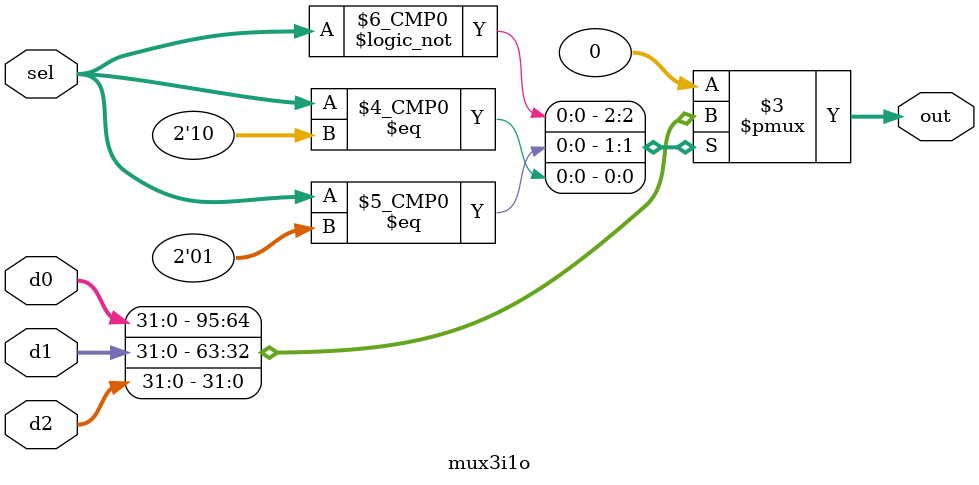
<source format=v>
module mux3i1o #(
    parameter DATA_WIDTH = 32
)(
    input   wire[DATA_WIDTH-1:0]    d0, d1, d2,     //数据输入
    input   wire[1:0]               sel,            //选择信号
    output  reg[DATA_WIDTH-1:0]     out             //数据输出
);

always @(sel) begin
    case(sel)                       //选择输出信号
        2'b00: out = d0;
        2'b01: out = d1;
        2'b10: out = d2;
        default: out = 32'b0;
    endcase
end

endmodule
</source>
